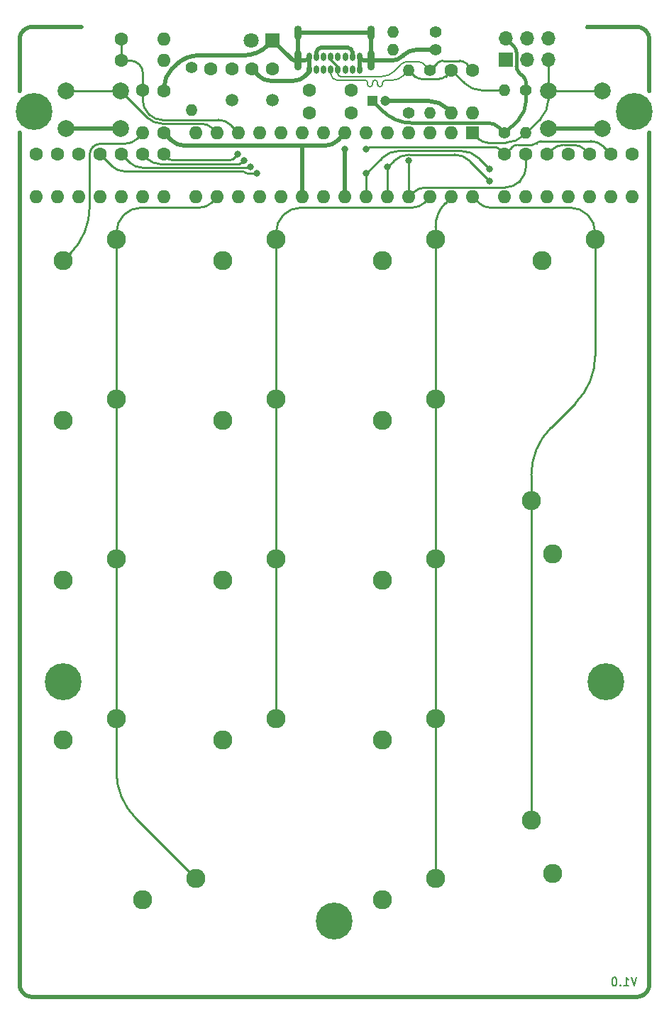
<source format=gbl>
%TF.GenerationSoftware,KiCad,Pcbnew,(6.0.2)*%
%TF.CreationDate,2022-03-23T18:03:12-04:00*%
%TF.ProjectId,RYCpad_pcb,52594370-6164-45f7-9063-622e6b696361,rev?*%
%TF.SameCoordinates,Original*%
%TF.FileFunction,Copper,L2,Bot*%
%TF.FilePolarity,Positive*%
%FSLAX46Y46*%
G04 Gerber Fmt 4.6, Leading zero omitted, Abs format (unit mm)*
G04 Created by KiCad (PCBNEW (6.0.2)) date 2022-03-23 18:03:12*
%MOMM*%
%LPD*%
G01*
G04 APERTURE LIST*
%ADD10C,0.175000*%
%TA.AperFunction,NonConductor*%
%ADD11C,0.175000*%
%TD*%
%TA.AperFunction,ComponentPad*%
%ADD12R,1.600000X1.600000*%
%TD*%
%TA.AperFunction,ComponentPad*%
%ADD13O,1.600000X1.600000*%
%TD*%
%TA.AperFunction,ComponentPad*%
%ADD14C,1.600000*%
%TD*%
%TA.AperFunction,ComponentPad*%
%ADD15C,2.286000*%
%TD*%
%TA.AperFunction,ComponentPad*%
%ADD16C,1.400000*%
%TD*%
%TA.AperFunction,ComponentPad*%
%ADD17O,1.400000X1.400000*%
%TD*%
%TA.AperFunction,ComponentPad*%
%ADD18C,4.400000*%
%TD*%
%TA.AperFunction,ComponentPad*%
%ADD19C,2.000000*%
%TD*%
%TA.AperFunction,ComponentPad*%
%ADD20R,1.700000X1.700000*%
%TD*%
%TA.AperFunction,ComponentPad*%
%ADD21O,1.700000X1.700000*%
%TD*%
%TA.AperFunction,ComponentPad*%
%ADD22O,0.650000X1.000000*%
%TD*%
%TA.AperFunction,ComponentPad*%
%ADD23O,0.900000X2.400000*%
%TD*%
%TA.AperFunction,ComponentPad*%
%ADD24O,0.900000X1.700000*%
%TD*%
%TA.AperFunction,ComponentPad*%
%ADD25C,1.500000*%
%TD*%
%TA.AperFunction,ComponentPad*%
%ADD26R,1.200000X1.200000*%
%TD*%
%TA.AperFunction,ComponentPad*%
%ADD27C,1.200000*%
%TD*%
%TA.AperFunction,ComponentPad*%
%ADD28R,1.800000X1.800000*%
%TD*%
%TA.AperFunction,ComponentPad*%
%ADD29C,1.800000*%
%TD*%
%TA.AperFunction,ViaPad*%
%ADD30C,0.800000*%
%TD*%
%TA.AperFunction,Conductor*%
%ADD31C,0.250000*%
%TD*%
%TA.AperFunction,Conductor*%
%ADD32C,0.500000*%
%TD*%
%TA.AperFunction,Conductor*%
%ADD33C,0.200000*%
%TD*%
%TA.AperFunction,Conductor*%
%ADD34C,0.400000*%
%TD*%
G04 APERTURE END LIST*
D10*
D11*
X36067809Y-54316380D02*
X35734476Y-55316380D01*
X35401142Y-54316380D01*
X34544000Y-55316380D02*
X35115428Y-55316380D01*
X34829714Y-55316380D02*
X34829714Y-54316380D01*
X34924952Y-54459238D01*
X35020190Y-54554476D01*
X35115428Y-54602095D01*
X34115428Y-55221142D02*
X34067809Y-55268761D01*
X34115428Y-55316380D01*
X34163047Y-55268761D01*
X34115428Y-55221142D01*
X34115428Y-55316380D01*
X33448761Y-54316380D02*
X33353523Y-54316380D01*
X33258285Y-54364000D01*
X33210666Y-54411619D01*
X33163047Y-54506857D01*
X33115428Y-54697333D01*
X33115428Y-54935428D01*
X33163047Y-55125904D01*
X33210666Y-55221142D01*
X33258285Y-55268761D01*
X33353523Y-55316380D01*
X33448761Y-55316380D01*
X33544000Y-55268761D01*
X33591619Y-55221142D01*
X33639238Y-55125904D01*
X33686857Y-54935428D01*
X33686857Y-54697333D01*
X33639238Y-54506857D01*
X33591619Y-54411619D01*
X33544000Y-54364000D01*
X33448761Y-54316380D01*
G36*
X36099505Y59254872D02*
G01*
X36124059Y59254357D01*
X36148600Y59253499D01*
X36173126Y59252297D01*
X36197630Y59250753D01*
X36222110Y59248866D01*
X36246560Y59246636D01*
X36270976Y59244064D01*
X36295355Y59241150D01*
X36319691Y59237894D01*
X36343981Y59234296D01*
X36368219Y59230357D01*
X36392403Y59226076D01*
X36416526Y59221455D01*
X36442425Y59216105D01*
X36468227Y59210378D01*
X36493928Y59204272D01*
X36519527Y59197787D01*
X36545018Y59190922D01*
X36570399Y59183676D01*
X36595666Y59176048D01*
X36620815Y59168039D01*
X36645843Y59159647D01*
X36670746Y59150871D01*
X36695521Y59141711D01*
X36720163Y59132166D01*
X36744671Y59122236D01*
X36767299Y59112678D01*
X36789791Y59102806D01*
X36812143Y59092621D01*
X36834350Y59082126D01*
X36856408Y59071322D01*
X36878312Y59060211D01*
X36900058Y59048794D01*
X36921642Y59037075D01*
X36943059Y59025053D01*
X36964306Y59012732D01*
X36985377Y59000114D01*
X37006268Y58987199D01*
X37026975Y58973990D01*
X37047494Y58960489D01*
X37067817Y58946695D01*
X37087936Y58932610D01*
X37107848Y58918238D01*
X37127552Y58903584D01*
X37147045Y58888650D01*
X37166325Y58873443D01*
X37185389Y58857965D01*
X37204235Y58842222D01*
X37222860Y58826217D01*
X37241263Y58809954D01*
X37259440Y58793438D01*
X37277389Y58776674D01*
X37295109Y58759664D01*
X37312596Y58742414D01*
X37329832Y58724928D01*
X37346815Y58707209D01*
X37363544Y58689260D01*
X37380016Y58671084D01*
X37396230Y58652681D01*
X37412182Y58634056D01*
X37427872Y58615210D01*
X37443296Y58596146D01*
X37458453Y58576866D01*
X37473341Y58557373D01*
X37487957Y58537669D01*
X37502299Y58517756D01*
X37516365Y58497637D01*
X37530152Y58477314D01*
X37543653Y58456802D01*
X37556861Y58436115D01*
X37569776Y58415256D01*
X37582395Y58394226D01*
X37594716Y58373027D01*
X37606738Y58351662D01*
X37618459Y58330133D01*
X37629876Y58308441D01*
X37640987Y58286590D01*
X37651792Y58264581D01*
X37662288Y58242416D01*
X37672472Y58220097D01*
X37682343Y58197627D01*
X37691900Y58175007D01*
X37701142Y58152254D01*
X37710065Y58129384D01*
X37718667Y58106400D01*
X37726947Y58083305D01*
X37734902Y58060101D01*
X37742532Y58036792D01*
X37749834Y58013381D01*
X37756807Y57989869D01*
X37763449Y57966260D01*
X37769758Y57942557D01*
X37775733Y57918763D01*
X37781372Y57894881D01*
X37786673Y57870912D01*
X37791635Y57846861D01*
X37796256Y57822738D01*
X37800535Y57798556D01*
X37804474Y57774318D01*
X37808071Y57750028D01*
X37811326Y57725692D01*
X37814240Y57701314D01*
X37816812Y57676897D01*
X37819041Y57652447D01*
X37820928Y57627967D01*
X37822473Y57603462D01*
X37823676Y57578937D01*
X37824536Y57554395D01*
X37825052Y57529842D01*
X37825226Y57505280D01*
X37825226Y51363536D01*
X37824708Y51363536D01*
X37823514Y51339017D01*
X37819921Y51314734D01*
X37813964Y51290919D01*
X37805699Y51267804D01*
X37795208Y51245611D01*
X37782591Y51224554D01*
X37767970Y51204835D01*
X37751485Y51186646D01*
X37733295Y51170161D01*
X37713577Y51155539D01*
X37692520Y51142922D01*
X37670326Y51132431D01*
X37647211Y51124167D01*
X37623397Y51118209D01*
X37599113Y51114616D01*
X37574594Y51113422D01*
X37550110Y51114664D01*
X37525865Y51118297D01*
X37502092Y51124288D01*
X37479021Y51132579D01*
X37456872Y51143089D01*
X37435860Y51155718D01*
X37416185Y51170345D01*
X37398038Y51186828D01*
X37381592Y51205010D01*
X37367006Y51224714D01*
X37354420Y51245753D01*
X37343956Y51267923D01*
X37335713Y51291012D01*
X37329771Y51314797D01*
X37326188Y51339049D01*
X37324997Y51363536D01*
X37324997Y57505280D01*
X37324763Y57529838D01*
X37324058Y57554379D01*
X37322881Y57578896D01*
X37321229Y57603381D01*
X37319101Y57627827D01*
X37316493Y57652225D01*
X37313404Y57676568D01*
X37309832Y57700849D01*
X37305773Y57725060D01*
X37301227Y57749193D01*
X37296194Y57773234D01*
X37290682Y57797168D01*
X37284696Y57820986D01*
X37278239Y57844682D01*
X37271318Y57868246D01*
X37263937Y57891670D01*
X37256101Y57914946D01*
X37247815Y57938066D01*
X37239085Y57961021D01*
X37229914Y57983804D01*
X37220299Y58006396D01*
X37210260Y58028781D01*
X37199798Y58050955D01*
X37188911Y58072911D01*
X37177599Y58094645D01*
X37165864Y58116153D01*
X37153703Y58137428D01*
X37141119Y58158466D01*
X37128109Y58179263D01*
X37114674Y58199812D01*
X37100828Y58220088D01*
X37086588Y58240066D01*
X37071958Y58259746D01*
X37056946Y58279123D01*
X37041555Y58298198D01*
X37025792Y58316967D01*
X37009662Y58335428D01*
X36993171Y58353580D01*
X36976325Y58371421D01*
X36959129Y58388947D01*
X36941589Y58406143D01*
X36923710Y58422989D01*
X36905501Y58439480D01*
X36886969Y58455610D01*
X36868123Y58471373D01*
X36848971Y58486764D01*
X36829522Y58501777D01*
X36809784Y58516407D01*
X36789766Y58530647D01*
X36769475Y58544493D01*
X36748926Y58557942D01*
X36728130Y58570992D01*
X36707092Y58583635D01*
X36685818Y58595866D01*
X36664311Y58607679D01*
X36642577Y58619068D01*
X36620620Y58630025D01*
X36598446Y58640545D01*
X36576060Y58650622D01*
X36553467Y58660248D01*
X36530686Y58669414D01*
X36507732Y58678110D01*
X36484613Y58686340D01*
X36461337Y58694105D01*
X36437914Y58701407D01*
X36414350Y58708248D01*
X36390654Y58714631D01*
X36366835Y58720556D01*
X36342900Y58726027D01*
X36318858Y58731045D01*
X36294726Y58735607D01*
X36270516Y58739705D01*
X36246235Y58743336D01*
X36221892Y58746495D01*
X36197493Y58749179D01*
X36173048Y58751384D01*
X36148562Y58753106D01*
X36124044Y58754341D01*
X36099502Y58755084D01*
X36074944Y58755333D01*
X30194167Y58755333D01*
X30169648Y58756527D01*
X30145364Y58760120D01*
X30121550Y58766077D01*
X30098435Y58774342D01*
X30076242Y58784833D01*
X30055184Y58797450D01*
X30035466Y58812072D01*
X30017276Y58828557D01*
X30000792Y58846746D01*
X29986170Y58866464D01*
X29973553Y58887522D01*
X29963062Y58909715D01*
X29954798Y58932830D01*
X29948840Y58956645D01*
X29945248Y58980928D01*
X29944053Y59005447D01*
X29945295Y59029931D01*
X29948929Y59054176D01*
X29954920Y59077949D01*
X29963210Y59101020D01*
X29973720Y59123169D01*
X29986349Y59144182D01*
X30000976Y59163856D01*
X30017459Y59182003D01*
X30035641Y59198449D01*
X30055345Y59213035D01*
X30076384Y59225621D01*
X30098554Y59236085D01*
X30121643Y59244328D01*
X30145427Y59250270D01*
X30169680Y59253853D01*
X30194167Y59255044D01*
X36074944Y59255044D01*
X36099505Y59254872D01*
G37*
G36*
X37599113Y46673740D02*
G01*
X37623397Y46670147D01*
X37647211Y46664189D01*
X37670326Y46655925D01*
X37692520Y46645434D01*
X37713577Y46632817D01*
X37733295Y46618195D01*
X37751485Y46601710D01*
X37767970Y46583521D01*
X37782591Y46563802D01*
X37795208Y46542745D01*
X37805699Y46520552D01*
X37813964Y46497437D01*
X37819921Y46473622D01*
X37823514Y46449339D01*
X37824708Y46424820D01*
X37825226Y46424820D01*
X37825226Y-55125569D01*
X37825054Y-55150131D01*
X37824539Y-55174684D01*
X37823680Y-55199226D01*
X37822478Y-55223751D01*
X37820933Y-55248256D01*
X37819046Y-55272735D01*
X37816815Y-55297185D01*
X37814243Y-55321602D01*
X37811329Y-55345980D01*
X37808073Y-55370316D01*
X37804475Y-55394606D01*
X37800536Y-55418845D01*
X37796256Y-55443028D01*
X37791635Y-55467152D01*
X37786673Y-55491203D01*
X37781372Y-55515171D01*
X37775733Y-55539054D01*
X37769758Y-55562847D01*
X37763449Y-55586550D01*
X37756807Y-55610158D01*
X37749834Y-55633669D01*
X37742532Y-55657080D01*
X37734902Y-55680388D01*
X37726947Y-55703592D01*
X37718667Y-55726687D01*
X37710065Y-55749671D01*
X37701142Y-55772542D01*
X37691900Y-55795296D01*
X37682343Y-55817915D01*
X37672472Y-55840385D01*
X37662288Y-55862703D01*
X37651792Y-55884868D01*
X37640987Y-55906877D01*
X37629876Y-55928729D01*
X37618459Y-55950421D01*
X37606738Y-55971950D01*
X37594716Y-55993315D01*
X37582395Y-56014514D01*
X37569776Y-56035545D01*
X37556861Y-56056405D01*
X37543653Y-56077092D01*
X37530152Y-56097604D01*
X37516365Y-56117935D01*
X37502299Y-56138076D01*
X37487957Y-56158022D01*
X37473341Y-56177767D01*
X37458453Y-56197309D01*
X37443296Y-56216641D01*
X37427872Y-56235759D01*
X37412182Y-56254660D01*
X37396230Y-56273337D01*
X37380016Y-56291787D01*
X37363544Y-56310005D01*
X37346815Y-56327987D01*
X37329832Y-56345727D01*
X37312596Y-56363221D01*
X37295109Y-56380457D01*
X37277389Y-56397441D01*
X37259440Y-56414170D01*
X37241263Y-56430643D01*
X37222860Y-56446858D01*
X37204235Y-56462811D01*
X37185389Y-56478501D01*
X37166325Y-56493926D01*
X37147045Y-56509084D01*
X37127552Y-56523971D01*
X37107848Y-56538586D01*
X37087936Y-56552927D01*
X37067817Y-56566992D01*
X37047494Y-56580778D01*
X37026975Y-56594280D01*
X37006268Y-56607489D01*
X36985377Y-56620404D01*
X36964306Y-56633023D01*
X36943059Y-56645344D01*
X36921642Y-56657365D01*
X36900058Y-56669084D01*
X36878312Y-56680500D01*
X36856408Y-56691611D01*
X36834350Y-56702415D01*
X36812143Y-56712910D01*
X36789791Y-56723095D01*
X36767299Y-56732967D01*
X36744671Y-56742525D01*
X36720163Y-56752456D01*
X36695521Y-56762002D01*
X36670746Y-56771162D01*
X36645843Y-56779938D01*
X36620815Y-56788330D01*
X36595666Y-56796340D01*
X36570399Y-56803967D01*
X36545018Y-56811213D01*
X36519527Y-56818078D01*
X36493928Y-56824563D01*
X36468227Y-56830669D01*
X36442425Y-56836395D01*
X36416526Y-56841744D01*
X36392403Y-56846363D01*
X36368219Y-56850642D01*
X36343981Y-56854580D01*
X36319691Y-56858177D01*
X36295355Y-56861433D01*
X36270976Y-56864347D01*
X36246560Y-56866920D01*
X36222110Y-56869150D01*
X36197630Y-56871038D01*
X36173126Y-56872584D01*
X36148600Y-56873786D01*
X36124059Y-56874645D01*
X36099505Y-56875161D01*
X36074944Y-56875333D01*
X-36074657Y-56875333D01*
X-36099218Y-56875161D01*
X-36123771Y-56874646D01*
X-36148313Y-56873788D01*
X-36172838Y-56872587D01*
X-36197342Y-56871043D01*
X-36221822Y-56869157D01*
X-36246272Y-56866928D01*
X-36270688Y-56864356D01*
X-36295067Y-56861442D01*
X-36319403Y-56858186D01*
X-36343692Y-56854588D01*
X-36367931Y-56850649D01*
X-36392114Y-56846367D01*
X-36416237Y-56841744D01*
X-36442134Y-56836395D01*
X-36467935Y-56830669D01*
X-36493636Y-56824563D01*
X-36519234Y-56818078D01*
X-36544726Y-56811213D01*
X-36570107Y-56803967D01*
X-36595374Y-56796340D01*
X-36620524Y-56788330D01*
X-36645553Y-56779938D01*
X-36670457Y-56771162D01*
X-36695232Y-56762002D01*
X-36719876Y-56752456D01*
X-36744384Y-56742525D01*
X-36767012Y-56732967D01*
X-36789504Y-56723095D01*
X-36811856Y-56712910D01*
X-36834063Y-56702415D01*
X-36856120Y-56691611D01*
X-36878024Y-56680500D01*
X-36899770Y-56669084D01*
X-36921354Y-56657365D01*
X-36942771Y-56645344D01*
X-36964018Y-56633023D01*
X-36985089Y-56620404D01*
X-37005980Y-56607489D01*
X-37026688Y-56594280D01*
X-37047207Y-56580778D01*
X-37067530Y-56566992D01*
X-37087648Y-56552927D01*
X-37107560Y-56538586D01*
X-37127264Y-56523971D01*
X-37146757Y-56509084D01*
X-37166036Y-56493926D01*
X-37185100Y-56478501D01*
X-37203946Y-56462811D01*
X-37222571Y-56446858D01*
X-37240973Y-56430643D01*
X-37259151Y-56414170D01*
X-37277100Y-56397441D01*
X-37294820Y-56380457D01*
X-37312307Y-56363221D01*
X-37329548Y-56345727D01*
X-37346536Y-56327987D01*
X-37363267Y-56310005D01*
X-37379741Y-56291787D01*
X-37395955Y-56273337D01*
X-37411907Y-56254660D01*
X-37427596Y-56235759D01*
X-37443019Y-56216641D01*
X-37458174Y-56197309D01*
X-37473059Y-56177767D01*
X-37487673Y-56158022D01*
X-37502013Y-56138076D01*
X-37516078Y-56117935D01*
X-37529866Y-56097604D01*
X-37543366Y-56077092D01*
X-37556574Y-56056405D01*
X-37569488Y-56035545D01*
X-37582106Y-56014514D01*
X-37594427Y-55993315D01*
X-37606448Y-55971950D01*
X-37618168Y-55950421D01*
X-37629584Y-55928729D01*
X-37640695Y-55906877D01*
X-37651500Y-55884868D01*
X-37661995Y-55862703D01*
X-37672180Y-55840385D01*
X-37682053Y-55817915D01*
X-37691611Y-55795296D01*
X-37700853Y-55772542D01*
X-37709776Y-55749671D01*
X-37718378Y-55726687D01*
X-37726658Y-55703592D01*
X-37734613Y-55680388D01*
X-37742243Y-55657080D01*
X-37749546Y-55633669D01*
X-37756519Y-55610158D01*
X-37763161Y-55586550D01*
X-37769471Y-55562847D01*
X-37775446Y-55539054D01*
X-37781085Y-55515171D01*
X-37786386Y-55491203D01*
X-37791348Y-55467152D01*
X-37795969Y-55443028D01*
X-37800249Y-55418845D01*
X-37804188Y-55394606D01*
X-37807785Y-55370316D01*
X-37811041Y-55345980D01*
X-37813955Y-55321602D01*
X-37816527Y-55297185D01*
X-37818757Y-55272735D01*
X-37820645Y-55248256D01*
X-37822189Y-55223751D01*
X-37823391Y-55199226D01*
X-37824250Y-55174684D01*
X-37824765Y-55150131D01*
X-37824937Y-55125569D01*
X-37824937Y46424820D01*
X-37823743Y46449339D01*
X-37820150Y46473622D01*
X-37814193Y46497437D01*
X-37805929Y46520552D01*
X-37795438Y46542745D01*
X-37782820Y46563802D01*
X-37768199Y46583521D01*
X-37751714Y46601710D01*
X-37733525Y46618195D01*
X-37713806Y46632817D01*
X-37692749Y46645434D01*
X-37670556Y46655925D01*
X-37647440Y46664189D01*
X-37623626Y46670147D01*
X-37599343Y46673740D01*
X-37574824Y46674934D01*
X-37550339Y46673692D01*
X-37526094Y46670059D01*
X-37502322Y46664068D01*
X-37479250Y46655777D01*
X-37457102Y46645267D01*
X-37436089Y46632638D01*
X-37416414Y46618011D01*
X-37398267Y46601528D01*
X-37381821Y46583346D01*
X-37367235Y46563642D01*
X-37354650Y46542603D01*
X-37344185Y46520433D01*
X-37335942Y46497344D01*
X-37330001Y46473559D01*
X-37326417Y46449307D01*
X-37325226Y46424820D01*
X-37324710Y46424820D01*
X-37324710Y-55125569D01*
X-37324477Y-55150128D01*
X-37323775Y-55174670D01*
X-37322601Y-55199187D01*
X-37320953Y-55223673D01*
X-37318828Y-55248119D01*
X-37316222Y-55272517D01*
X-37313133Y-55296861D01*
X-37309558Y-55321141D01*
X-37305494Y-55345352D01*
X-37300938Y-55369484D01*
X-37295904Y-55393525D01*
X-37290393Y-55417459D01*
X-37284410Y-55441277D01*
X-37277957Y-55464972D01*
X-37271041Y-55488535D01*
X-37263663Y-55511958D01*
X-37255829Y-55535234D01*
X-37247541Y-55558353D01*
X-37238805Y-55581309D01*
X-37229624Y-55604092D01*
X-37220013Y-55626686D01*
X-37209976Y-55649072D01*
X-37199514Y-55671246D01*
X-37188627Y-55693202D01*
X-37177315Y-55714936D01*
X-37165578Y-55736443D01*
X-37153417Y-55757718D01*
X-37140830Y-55778756D01*
X-37127820Y-55799552D01*
X-37114385Y-55820101D01*
X-37100539Y-55840377D01*
X-37086299Y-55860356D01*
X-37071670Y-55880036D01*
X-37056657Y-55899415D01*
X-37041267Y-55918490D01*
X-37025504Y-55937259D01*
X-37009374Y-55955721D01*
X-36992883Y-55973872D01*
X-36976036Y-55991711D01*
X-36958839Y-56009235D01*
X-36941298Y-56026433D01*
X-36923418Y-56043279D01*
X-36905208Y-56059770D01*
X-36886677Y-56075900D01*
X-36867832Y-56091663D01*
X-36848681Y-56107054D01*
X-36829233Y-56122067D01*
X-36809497Y-56136696D01*
X-36789479Y-56150937D01*
X-36769189Y-56164784D01*
X-36748639Y-56178225D01*
X-36727843Y-56191271D01*
X-36706805Y-56203912D01*
X-36685530Y-56216144D01*
X-36664023Y-56227959D01*
X-36642289Y-56239350D01*
X-36620332Y-56250310D01*
X-36598159Y-56260833D01*
X-36575773Y-56270912D01*
X-36553180Y-56280539D01*
X-36530396Y-56289696D01*
X-36507441Y-56298387D01*
X-36484321Y-56306615D01*
X-36461045Y-56314380D01*
X-36437622Y-56321684D01*
X-36414058Y-56328529D01*
X-36390363Y-56334914D01*
X-36366545Y-56340843D01*
X-36342610Y-56346316D01*
X-36318569Y-56351334D01*
X-36294437Y-56355897D01*
X-36270227Y-56359996D01*
X-36245946Y-56363628D01*
X-36221603Y-56366787D01*
X-36197204Y-56369471D01*
X-36172759Y-56371675D01*
X-36148273Y-56373396D01*
X-36123756Y-56374631D01*
X-36099215Y-56375374D01*
X-36074657Y-56375622D01*
X36074944Y-56375622D01*
X36099502Y-56375374D01*
X36124044Y-56374631D01*
X36148562Y-56373396D01*
X36173048Y-56371675D01*
X36197493Y-56369471D01*
X36221892Y-56366787D01*
X36246235Y-56363628D01*
X36270516Y-56359996D01*
X36294726Y-56355897D01*
X36318858Y-56351334D01*
X36342900Y-56346318D01*
X36366835Y-56340847D01*
X36390654Y-56334919D01*
X36414350Y-56328533D01*
X36437914Y-56321688D01*
X36461337Y-56314383D01*
X36484613Y-56306617D01*
X36507732Y-56298388D01*
X36530686Y-56289696D01*
X36553467Y-56280539D01*
X36576060Y-56270912D01*
X36598446Y-56260833D01*
X36620620Y-56250310D01*
X36642577Y-56239350D01*
X36664311Y-56227959D01*
X36685818Y-56216144D01*
X36707092Y-56203912D01*
X36728130Y-56191271D01*
X36748926Y-56178225D01*
X36769475Y-56164784D01*
X36789766Y-56150937D01*
X36809784Y-56136696D01*
X36829522Y-56122067D01*
X36848971Y-56107054D01*
X36868123Y-56091663D01*
X36886969Y-56075900D01*
X36905501Y-56059770D01*
X36923710Y-56043279D01*
X36941589Y-56026433D01*
X36959129Y-56009235D01*
X36976325Y-55991711D01*
X36993171Y-55973872D01*
X37009662Y-55955721D01*
X37025792Y-55937259D01*
X37041555Y-55918490D01*
X37056946Y-55899415D01*
X37071958Y-55880036D01*
X37086588Y-55860356D01*
X37100828Y-55840377D01*
X37114674Y-55820101D01*
X37128109Y-55799552D01*
X37141119Y-55778756D01*
X37153703Y-55757718D01*
X37165864Y-55736443D01*
X37177599Y-55714936D01*
X37188911Y-55693202D01*
X37199798Y-55671246D01*
X37210260Y-55649072D01*
X37220299Y-55626686D01*
X37229914Y-55604092D01*
X37239085Y-55581309D01*
X37247815Y-55558353D01*
X37256101Y-55535234D01*
X37263937Y-55511958D01*
X37271318Y-55488535D01*
X37278239Y-55464972D01*
X37284696Y-55441277D01*
X37290682Y-55417459D01*
X37296194Y-55393525D01*
X37301227Y-55369484D01*
X37305773Y-55345352D01*
X37309832Y-55321141D01*
X37313404Y-55296861D01*
X37316493Y-55272517D01*
X37319101Y-55248119D01*
X37321229Y-55223673D01*
X37322881Y-55199187D01*
X37324058Y-55174670D01*
X37324763Y-55150128D01*
X37324997Y-55125569D01*
X37324997Y46424820D01*
X37326188Y46449307D01*
X37329771Y46473559D01*
X37335713Y46497344D01*
X37343956Y46520433D01*
X37354420Y46542603D01*
X37367006Y46563642D01*
X37381592Y46583346D01*
X37398038Y46601528D01*
X37416185Y46618011D01*
X37435860Y46632638D01*
X37456872Y46645267D01*
X37479021Y46655777D01*
X37502092Y46664068D01*
X37525865Y46670059D01*
X37550110Y46673692D01*
X37574594Y46674934D01*
X37599113Y46673740D01*
G37*
G36*
X-30169358Y59253850D02*
G01*
X-30145075Y59250257D01*
X-30121261Y59244300D01*
X-30098145Y59236036D01*
X-30075952Y59225544D01*
X-30054895Y59212927D01*
X-30035176Y59198306D01*
X-30016987Y59181821D01*
X-30000502Y59163631D01*
X-29985881Y59143913D01*
X-29973263Y59122855D01*
X-29962772Y59100662D01*
X-29954508Y59077547D01*
X-29948551Y59053733D01*
X-29944958Y59029449D01*
X-29943764Y59004930D01*
X-29945006Y58980446D01*
X-29948639Y58956201D01*
X-29954630Y58932428D01*
X-29962921Y58909357D01*
X-29973431Y58887208D01*
X-29986060Y58866196D01*
X-30000687Y58846521D01*
X-30017170Y58828374D01*
X-30035351Y58811928D01*
X-30055056Y58797342D01*
X-30076095Y58784757D01*
X-30098265Y58774292D01*
X-30121353Y58766049D01*
X-30145138Y58760108D01*
X-30169391Y58756524D01*
X-30193877Y58755333D01*
X-36074657Y58755333D01*
X-36099215Y58755084D01*
X-36123756Y58754341D01*
X-36148273Y58753106D01*
X-36172759Y58751385D01*
X-36197204Y58749180D01*
X-36221603Y58746496D01*
X-36245946Y58743337D01*
X-36270227Y58739706D01*
X-36294437Y58735607D01*
X-36318569Y58731045D01*
X-36342610Y58726027D01*
X-36366545Y58720557D01*
X-36390363Y58714631D01*
X-36414058Y58708248D01*
X-36437622Y58701407D01*
X-36461045Y58694105D01*
X-36484321Y58686340D01*
X-36507441Y58678110D01*
X-36530396Y58669413D01*
X-36553180Y58660248D01*
X-36575773Y58650621D01*
X-36598159Y58640545D01*
X-36620332Y58630025D01*
X-36642289Y58619067D01*
X-36664023Y58607679D01*
X-36685530Y58595867D01*
X-36706805Y58583635D01*
X-36727843Y58570992D01*
X-36748639Y58557942D01*
X-36769189Y58544493D01*
X-36789479Y58530647D01*
X-36809497Y58516407D01*
X-36829233Y58501777D01*
X-36848681Y58486764D01*
X-36867832Y58471373D01*
X-36886677Y58455610D01*
X-36905208Y58439480D01*
X-36923418Y58422989D01*
X-36941298Y58406143D01*
X-36958839Y58388947D01*
X-36976036Y58371421D01*
X-36992883Y58353581D01*
X-37009374Y58335429D01*
X-37025504Y58316967D01*
X-37041267Y58298198D01*
X-37056657Y58279124D01*
X-37071670Y58259746D01*
X-37086299Y58240066D01*
X-37100539Y58220088D01*
X-37114385Y58199812D01*
X-37127820Y58179263D01*
X-37140830Y58158466D01*
X-37153417Y58137428D01*
X-37165578Y58116153D01*
X-37177315Y58094645D01*
X-37188627Y58072911D01*
X-37199514Y58050955D01*
X-37209976Y58028781D01*
X-37220013Y58006396D01*
X-37229624Y57983804D01*
X-37238806Y57961021D01*
X-37247542Y57938066D01*
X-37255831Y57914946D01*
X-37263666Y57891670D01*
X-37271045Y57868246D01*
X-37277962Y57844682D01*
X-37284414Y57820986D01*
X-37290397Y57797168D01*
X-37295906Y57773234D01*
X-37300938Y57749193D01*
X-37305486Y57725060D01*
X-37309545Y57700849D01*
X-37313117Y57676569D01*
X-37316205Y57652225D01*
X-37318811Y57627827D01*
X-37320938Y57603382D01*
X-37322589Y57578896D01*
X-37323766Y57554380D01*
X-37324472Y57529838D01*
X-37324710Y57505280D01*
X-37324710Y51363536D01*
X-37325226Y51363536D01*
X-37326417Y51339049D01*
X-37330001Y51314797D01*
X-37335942Y51291012D01*
X-37344185Y51267923D01*
X-37354650Y51245753D01*
X-37367235Y51224714D01*
X-37381821Y51205010D01*
X-37398267Y51186828D01*
X-37416414Y51170345D01*
X-37436089Y51155718D01*
X-37457102Y51143089D01*
X-37479250Y51132579D01*
X-37502322Y51124288D01*
X-37526094Y51118297D01*
X-37550339Y51114664D01*
X-37574824Y51113422D01*
X-37599343Y51114616D01*
X-37623626Y51118209D01*
X-37647440Y51124167D01*
X-37670556Y51132431D01*
X-37692749Y51142922D01*
X-37713806Y51155539D01*
X-37733525Y51170161D01*
X-37751714Y51186646D01*
X-37768199Y51204835D01*
X-37782820Y51224554D01*
X-37795438Y51245611D01*
X-37805929Y51267804D01*
X-37814193Y51290919D01*
X-37820150Y51314734D01*
X-37823743Y51339017D01*
X-37824937Y51363536D01*
X-37824937Y57505280D01*
X-37824765Y57529842D01*
X-37824250Y57554395D01*
X-37823392Y57578937D01*
X-37822191Y57603462D01*
X-37820647Y57627967D01*
X-37818760Y57652447D01*
X-37816530Y57676897D01*
X-37813959Y57701314D01*
X-37811045Y57725692D01*
X-37807789Y57750028D01*
X-37804191Y57774318D01*
X-37800252Y57798556D01*
X-37795970Y57822738D01*
X-37791348Y57846861D01*
X-37786386Y57870912D01*
X-37781085Y57894881D01*
X-37775446Y57918763D01*
X-37769471Y57942557D01*
X-37763161Y57966260D01*
X-37756519Y57989869D01*
X-37749546Y58013381D01*
X-37742243Y58036792D01*
X-37734613Y58060101D01*
X-37726658Y58083305D01*
X-37718378Y58106400D01*
X-37709776Y58129384D01*
X-37700853Y58152254D01*
X-37691611Y58175007D01*
X-37682051Y58197627D01*
X-37672177Y58220097D01*
X-37661991Y58242416D01*
X-37651495Y58264581D01*
X-37640691Y58286590D01*
X-37629580Y58308441D01*
X-37618164Y58330133D01*
X-37606445Y58351662D01*
X-37594424Y58373027D01*
X-37582105Y58394226D01*
X-37569487Y58415256D01*
X-37556573Y58436115D01*
X-37543366Y58456802D01*
X-37529866Y58477314D01*
X-37516078Y58497637D01*
X-37502013Y58517756D01*
X-37487673Y58537669D01*
X-37473059Y58557373D01*
X-37458174Y58576866D01*
X-37443019Y58596146D01*
X-37427596Y58615210D01*
X-37411907Y58634056D01*
X-37395955Y58652681D01*
X-37379741Y58671084D01*
X-37363267Y58689260D01*
X-37346536Y58707209D01*
X-37329548Y58724928D01*
X-37312307Y58742414D01*
X-37294820Y58759664D01*
X-37277100Y58776674D01*
X-37259151Y58793438D01*
X-37240973Y58809954D01*
X-37222571Y58826217D01*
X-37203946Y58842222D01*
X-37185100Y58857965D01*
X-37166036Y58873443D01*
X-37146757Y58888650D01*
X-37127264Y58903584D01*
X-37107560Y58918238D01*
X-37087648Y58932610D01*
X-37067530Y58946695D01*
X-37047207Y58960489D01*
X-37026688Y58973990D01*
X-37005980Y58987199D01*
X-36985089Y59000114D01*
X-36964018Y59012732D01*
X-36942771Y59025053D01*
X-36921354Y59037075D01*
X-36899770Y59048794D01*
X-36878024Y59060211D01*
X-36856120Y59071322D01*
X-36834063Y59082126D01*
X-36811856Y59092621D01*
X-36789504Y59102806D01*
X-36767012Y59112678D01*
X-36744384Y59122236D01*
X-36719876Y59132166D01*
X-36695232Y59141711D01*
X-36670457Y59150871D01*
X-36645553Y59159647D01*
X-36620524Y59168039D01*
X-36595374Y59176049D01*
X-36570107Y59183676D01*
X-36544726Y59190922D01*
X-36519234Y59197787D01*
X-36493636Y59204272D01*
X-36467935Y59210378D01*
X-36442134Y59216105D01*
X-36416237Y59221455D01*
X-36392114Y59226077D01*
X-36367931Y59230357D01*
X-36343692Y59234297D01*
X-36319403Y59237894D01*
X-36295067Y59241150D01*
X-36270688Y59244064D01*
X-36246272Y59246636D01*
X-36221822Y59248866D01*
X-36197342Y59250753D01*
X-36172838Y59252297D01*
X-36148313Y59253499D01*
X-36123771Y59254357D01*
X-36099218Y59254872D01*
X-36074657Y59255044D01*
X-30193877Y59255044D01*
X-30169358Y59253850D01*
G37*
D12*
X16510000Y46355000D03*
D13*
X13970000Y46355000D03*
X11430000Y46355000D03*
X8890000Y46355000D03*
X6350000Y46355000D03*
X3810000Y46355000D03*
X1270000Y46355000D03*
X-1270000Y46355000D03*
X-3810000Y46355000D03*
X-6350000Y46355000D03*
X-8890000Y46355000D03*
X-11430000Y46355000D03*
X-13970000Y46355000D03*
X-16510000Y46355000D03*
X-16510000Y38735000D03*
X-13970000Y38735000D03*
X-11430000Y38735000D03*
X-8890000Y38735000D03*
X-6350000Y38735000D03*
X-3810000Y38735000D03*
X-1270000Y38735000D03*
X1270000Y38735000D03*
X3810000Y38735000D03*
X6350000Y38735000D03*
X8890000Y38735000D03*
X11430000Y38735000D03*
X13970000Y38735000D03*
X16510000Y38735000D03*
D14*
X-22860000Y51435000D03*
D13*
X-22860000Y46355000D03*
D14*
X-25400000Y54991000D03*
D13*
X-20320000Y54991000D03*
D14*
X-25400000Y57531000D03*
D13*
X-20320000Y57531000D03*
D14*
X35560000Y43815000D03*
D13*
X35560000Y38735000D03*
D14*
X-35560000Y43815000D03*
D13*
X-35560000Y38735000D03*
D14*
X-20320000Y43815000D03*
D13*
X-20320000Y38735000D03*
D14*
X-22860000Y43815000D03*
D13*
X-22860000Y38735000D03*
D14*
X22860000Y43815000D03*
D13*
X22860000Y38735000D03*
D14*
X-30480000Y43815000D03*
D13*
X-30480000Y38735000D03*
D14*
X-25400000Y43815000D03*
D13*
X-25400000Y38735000D03*
D14*
X25400000Y43815000D03*
D13*
X25400000Y38735000D03*
D14*
X30480000Y43815000D03*
D13*
X30480000Y38735000D03*
D14*
X-27940000Y43815000D03*
D13*
X-27940000Y38735000D03*
D14*
X27940000Y43815000D03*
D13*
X27940000Y38735000D03*
D15*
X-26035000Y33655000D03*
X-32385000Y31115000D03*
X-6985000Y33655000D03*
X-13335000Y31115000D03*
X12065000Y33655000D03*
X5715000Y31115000D03*
X31115000Y33655000D03*
X24765000Y31115000D03*
X-26035000Y14605000D03*
X-32385000Y12065000D03*
X-6985000Y14605000D03*
X-13335000Y12065000D03*
X12065000Y14605000D03*
X5715000Y12065000D03*
X23495000Y2540000D03*
X26035000Y-3810000D03*
X-26035000Y-4445000D03*
X-32385000Y-6985000D03*
X-6985000Y-4445000D03*
X-13335000Y-6985000D03*
X12065000Y-4445000D03*
X5715000Y-6985000D03*
X-26035000Y-23495000D03*
X-32385000Y-26035000D03*
X-6985000Y-23495000D03*
X-13335000Y-26035000D03*
X12065000Y-23495000D03*
X5715000Y-26035000D03*
X23495000Y-35560000D03*
X26035000Y-41910000D03*
X-16510000Y-42545000D03*
X-22860000Y-45085000D03*
X12065000Y-42545000D03*
X5715000Y-45085000D03*
D16*
X22860000Y51435000D03*
D17*
X22860000Y46355000D03*
D16*
X12065000Y56261000D03*
D17*
X6985000Y56261000D03*
D16*
X12065000Y58420000D03*
D17*
X6985000Y58420000D03*
D16*
X20320000Y46355000D03*
D17*
X20320000Y51435000D03*
D16*
X11430000Y53848000D03*
D17*
X11430000Y48768000D03*
D18*
X35814000Y48895000D03*
X-35814000Y48895000D03*
D14*
X13970000Y53848000D03*
D13*
X13970000Y48768000D03*
D19*
X-25504000Y51363000D03*
X-32004000Y51363000D03*
X-25504000Y46863000D03*
X-32004000Y46863000D03*
D14*
X20320000Y43815000D03*
D13*
X20320000Y38735000D03*
D14*
X-20320000Y46355000D03*
X-20320000Y51355000D03*
D20*
X20447000Y55118000D03*
D21*
X20447000Y57658000D03*
X22987000Y55118000D03*
X22987000Y57658000D03*
X25527000Y55118000D03*
X25527000Y57658000D03*
D22*
X2975000Y53900000D03*
X2125000Y53900000D03*
X1275000Y53900000D03*
X425000Y53900000D03*
X-425000Y53900000D03*
X-1275000Y53900000D03*
X-2125000Y53900000D03*
X-2975000Y53900000D03*
X-2975000Y55450000D03*
X-2125000Y55450000D03*
X-1275000Y55450000D03*
X-425000Y55450000D03*
X425000Y55450000D03*
X1275000Y55450000D03*
X2125000Y55450000D03*
X2975000Y55450000D03*
D23*
X4325000Y54980000D03*
X-4325000Y54980000D03*
D24*
X4325000Y58360000D03*
X-4325000Y58360000D03*
D14*
X16510000Y53848000D03*
D13*
X16510000Y48768000D03*
D14*
X33020000Y43815000D03*
D13*
X33020000Y38735000D03*
D16*
X8890000Y48768000D03*
D17*
X8890000Y53848000D03*
D14*
X-33020000Y43815000D03*
D13*
X-33020000Y38735000D03*
D18*
X-32385000Y-19050000D03*
X0Y-47625000D03*
X32385000Y-19050000D03*
D19*
X25504000Y51363000D03*
X32004000Y51363000D03*
X25504000Y46863000D03*
X32004000Y46863000D03*
D16*
X-17070000Y54152800D03*
D17*
X-17070000Y49072800D03*
D25*
X-12246000Y50292000D03*
X-7366000Y50292000D03*
D14*
X-12246000Y54000000D03*
X-14746000Y54000000D03*
D26*
X4572000Y50165000D03*
D27*
X6072000Y50165000D03*
D14*
X2032000Y51435000D03*
X-2968000Y51435000D03*
X2032000Y48768000D03*
X-2968000Y48768000D03*
X-7366000Y54000000D03*
X-9866000Y54000000D03*
D28*
X-7366000Y57404000D03*
D29*
X-9906000Y57404000D03*
D30*
X-11557000Y43815000D03*
X3810000Y44450000D03*
X8890000Y43053000D03*
X-10795000Y43053000D03*
X-10033000Y42291000D03*
X6350000Y42291000D03*
X18542000Y40640000D03*
X3810000Y41529000D03*
X-9271000Y41529000D03*
X18542000Y42037000D03*
X1270000Y44450000D03*
D31*
X9331573Y37465001D02*
G75*
G03*
X10745785Y38050787I0J1999999D01*
G01*
X-6985000Y34465000D02*
G75*
G02*
X-3985000Y37465000I3000001J-1D01*
G01*
X-6985000Y34465000D02*
X-6985000Y33655000D01*
X9331573Y37465000D02*
X-3985000Y37465000D01*
X11430000Y38735000D02*
X10745786Y38050786D01*
X-27910000Y45085000D02*
X-24958427Y45085000D01*
X-29210000Y37603708D02*
X-29210000Y43785000D01*
X-23544213Y45670787D02*
X-22860000Y46355000D01*
X-32385000Y31115000D02*
X-31553146Y31946854D01*
X-29210000Y43785000D02*
G75*
G02*
X-27910000Y45085000I1299999J1D01*
G01*
X-31553146Y31946854D02*
G75*
G03*
X-29210000Y37603708I-5656857J5656856D01*
G01*
X-23544213Y45670787D02*
G75*
G02*
X-24958427Y45085000I-1414214J1414213D01*
G01*
X-22860000Y53480680D02*
X-22860000Y51435000D01*
X-12419223Y47344223D02*
X-11430000Y46355000D01*
X-20606173Y47930010D02*
X-13833437Y47930010D01*
X-22860000Y51435000D02*
X-22860000Y50183837D01*
X-23309660Y54551660D02*
X-23299340Y54541340D01*
X-24370320Y54991000D02*
X-25400000Y54991000D01*
X-25400000Y57531000D02*
X-25400000Y54991000D01*
X-22274213Y48769623D02*
X-22020386Y48515796D01*
X-22274213Y48769623D02*
G75*
G02*
X-22860000Y50183837I1414213J1414214D01*
G01*
X-22020386Y48515796D02*
G75*
G03*
X-20606173Y47930010I1414213J1414214D01*
G01*
X-13833437Y47930009D02*
G75*
G02*
X-12419224Y47344222I0J-1999999D01*
G01*
X-24370320Y54990999D02*
G75*
G02*
X-23309661Y54551659I-1J-1500001D01*
G01*
X-22860001Y53480680D02*
G75*
G03*
X-23299341Y54541339I-1500001J-1D01*
G01*
X24138982Y45184984D02*
X24099024Y45145026D01*
X30616563Y45390010D02*
X24633957Y45390010D01*
X4244637Y44677530D02*
X19043256Y44677530D01*
X21859215Y44940001D02*
X23604050Y44940001D01*
X20320000Y43815000D02*
X21152108Y44647108D01*
X-12114833Y43257167D02*
X-11557000Y43815000D01*
X33020000Y43815000D02*
X32030777Y44804223D01*
X19750363Y44384637D02*
X20320000Y43815000D01*
X3810000Y44450000D02*
X3891084Y44531084D01*
X-19437902Y43140009D02*
X-12397676Y43140009D01*
X-20320000Y43815000D02*
X-19791455Y43286455D01*
X19750363Y44384637D02*
G75*
G03*
X19043256Y44677530I-707104J-707101D01*
G01*
X24099024Y45145026D02*
G75*
G02*
X23604050Y44940001I-494973J494971D01*
G01*
X-12114833Y43257167D02*
G75*
G02*
X-12397676Y43140009I-282841J282835D01*
G01*
X24633957Y45390010D02*
G75*
G03*
X24138982Y45184984I2J-700002D01*
G01*
X30616563Y45390009D02*
G75*
G02*
X32030776Y44804222I0J-1999999D01*
G01*
X3891084Y44531084D02*
G75*
G02*
X4244637Y44677530I353553J-353556D01*
G01*
X-19791455Y43286455D02*
G75*
G03*
X-19437902Y43140009I353553J353556D01*
G01*
X21859215Y44940000D02*
G75*
G03*
X21152109Y44647107I-3J-999993D01*
G01*
X9429214Y39274214D02*
X8890000Y38735000D01*
X-20906572Y42689999D02*
X-11323686Y42689999D01*
X-11040843Y42807157D02*
X-10795000Y43053000D01*
X8890000Y38735000D02*
X8890000Y43053000D01*
X22142411Y40633611D02*
X22086389Y40577589D01*
X22860000Y43815000D02*
X22860000Y42366023D01*
X-22860000Y43815000D02*
X-22320785Y43275785D01*
X20353978Y39860001D02*
X10843428Y39860001D01*
X22142411Y40633611D02*
G75*
G03*
X22860000Y42366023I-1732406J1732410D01*
G01*
X22086389Y40577589D02*
G75*
G02*
X20353978Y39860001I-1732411J1732411D01*
G01*
X9429214Y39274214D02*
G75*
G02*
X10843428Y39860001I1414214J-1414213D01*
G01*
X-11323686Y42690000D02*
G75*
G03*
X-11040844Y42807158I-2J400003D01*
G01*
X-22320785Y43275785D02*
G75*
G03*
X-20906572Y42689999I1414213J1414214D01*
G01*
X-10084010Y42239990D02*
X-10033000Y42291000D01*
X7075478Y43016478D02*
X6350000Y42291000D01*
X-25400000Y43815000D02*
X-24410776Y42825776D01*
X6350000Y38735000D02*
X6350000Y42291000D01*
X18542000Y40640000D02*
X16165521Y43016479D01*
X27353428Y44940001D02*
X28526572Y44940001D01*
X-22996563Y42239990D02*
X-10084010Y42239990D01*
X29940786Y44354214D02*
X30480000Y43815000D01*
X14327044Y43778001D02*
X8913956Y43778001D01*
X25400000Y43815000D02*
X25939215Y44354215D01*
X-22996563Y42239991D02*
G75*
G02*
X-24410775Y42825777I0J1999999D01*
G01*
X27353428Y44940000D02*
G75*
G03*
X25939216Y44354214I0J-1999999D01*
G01*
X28526572Y44940000D02*
G75*
G02*
X29940785Y44354213I0J-1999999D01*
G01*
X14327044Y43778001D02*
G75*
G02*
X16165521Y43016479I1J-2599996D01*
G01*
X8913956Y43778000D02*
G75*
G03*
X7075479Y43016477I3J-2600006D01*
G01*
X-27940000Y43815000D02*
X-26500766Y42375766D01*
X-25086553Y41789980D02*
X-10960685Y41789980D01*
X3810000Y38735000D02*
X3810000Y41529000D01*
X-10677842Y41672822D02*
X-10651177Y41646157D01*
X3810000Y41529000D02*
X5630331Y43349331D01*
X7751651Y44228010D02*
X15108349Y44228010D01*
X-10368335Y41529000D02*
X-9271000Y41529000D01*
X17229670Y43349330D02*
X18542000Y42037000D01*
X-10677842Y41672822D02*
G75*
G03*
X-10960685Y41789980I-282841J-282835D01*
G01*
X17229670Y43349330D02*
G75*
G03*
X15108349Y44228010I-2121323J-2121325D01*
G01*
X7751651Y44228010D02*
G75*
G03*
X5630331Y43349331I-1J-2999998D01*
G01*
X-25086553Y41789981D02*
G75*
G02*
X-26500765Y42375767I0J1999999D01*
G01*
X-10368335Y41529001D02*
G75*
G02*
X-10651177Y41646157I-1J399997D01*
G01*
D32*
X4325000Y54980000D02*
X6751573Y54980000D01*
X-7615573Y52578000D02*
X-4892427Y52578000D01*
X-4325000Y54980000D02*
X-4325000Y58360000D01*
X-19441320Y53968680D02*
X-18955573Y54454427D01*
X2975000Y54000000D02*
X2975000Y55350000D01*
X-2975000Y54000000D02*
X-2975000Y55350000D01*
X-3478213Y53163787D02*
X-2975000Y53667000D01*
X9689427Y56261000D02*
X12065000Y56261000D01*
X13451680Y49286320D02*
X13970000Y48768000D01*
X-3052107Y55272893D02*
X-2975000Y55350000D01*
X-4527786Y54980000D02*
X-4325000Y54980000D01*
X-20320000Y51355000D02*
X-20320000Y51847359D01*
X1270000Y44450000D02*
X1270000Y38735000D01*
X32004000Y46863000D02*
X25504000Y46863000D01*
X-9866000Y54000000D02*
X-9029786Y53163786D01*
X-32004000Y46863000D02*
X-25504000Y46863000D01*
X-2975000Y53667000D02*
X-2975000Y54000000D01*
X4325000Y54980000D02*
X3759214Y54980000D01*
X8165787Y55565787D02*
X8275214Y55675214D01*
X4325000Y58360000D02*
X-4325000Y58360000D01*
X3052107Y55272893D02*
X2975000Y55350000D01*
X-7972427Y56797573D02*
X-7366000Y57404000D01*
X4325000Y58360000D02*
X4325000Y54980000D01*
X-4325000Y54980000D02*
X-3759214Y54980000D01*
X-16127146Y55626000D02*
X-10800854Y55626000D01*
X6072000Y50165000D02*
X11330359Y50165000D01*
X-7366000Y57404000D02*
X-5234893Y55272893D01*
X8275214Y55675214D02*
G75*
G02*
X9689427Y56261000I1414213J-1414214D01*
G01*
X8165787Y55565787D02*
G75*
G02*
X6751573Y54980000I-1414214J1414213D01*
G01*
X-7615573Y52578001D02*
G75*
G02*
X-9029785Y53163787I0J1999999D01*
G01*
X-18955573Y54454427D02*
G75*
G02*
X-16127146Y55626000I2828427J-2828426D01*
G01*
X-4892427Y52578001D02*
G75*
G03*
X-3478214Y53163788I0J1999999D01*
G01*
X-4527786Y54980001D02*
G75*
G02*
X-5234892Y55272894I-3J999993D01*
G01*
X-19441320Y53968680D02*
G75*
G03*
X-20320000Y51847359I2121325J-2121323D01*
G01*
X3052107Y55272893D02*
G75*
G03*
X3759214Y54980000I707106J707106D01*
G01*
X-3759214Y54980001D02*
G75*
G03*
X-3052108Y55272894I3J999993D01*
G01*
X-7972427Y56797573D02*
G75*
G02*
X-10800854Y55626000I-2828427J2828426D01*
G01*
X13451680Y49286320D02*
G75*
G03*
X11330359Y50165000I-2121323J-2121325D01*
G01*
D33*
X8890000Y53848000D02*
X8278275Y53236275D01*
X5141489Y52180966D02*
X5141489Y52350489D01*
D31*
X17625641Y51435000D02*
X20320000Y51435000D01*
X8890000Y53848000D02*
X9622108Y53115892D01*
X13237892Y53115892D02*
X13970000Y53848000D01*
D33*
X5741489Y52350489D02*
X5741489Y52180966D01*
X3641489Y52650489D02*
X3591489Y52650489D01*
D31*
X10329215Y52822999D02*
X12530785Y52822999D01*
X13970000Y53848000D02*
X15504321Y52313679D01*
D33*
X4541489Y52350489D02*
X4541489Y52180966D01*
X6864062Y52650489D02*
X6041489Y52650489D01*
X-425000Y53400489D02*
X-425000Y54000000D01*
X3591489Y52650489D02*
X325000Y52650489D01*
X3941489Y52180966D02*
X3941489Y52350489D01*
D31*
X15504321Y52313679D02*
G75*
G03*
X17625641Y51435000I2121319J2121319D01*
G01*
D33*
X5741489Y52350489D02*
G75*
G02*
X6041489Y52650489I300000J0D01*
G01*
X5141489Y52180966D02*
G75*
G03*
X5441489Y51880966I300000J0D01*
G01*
D31*
X10329215Y52823000D02*
G75*
G02*
X9622109Y53115893I-3J999993D01*
G01*
D33*
X3641489Y52650489D02*
G75*
G02*
X3941489Y52350489I0J-300000D01*
G01*
X325000Y52650489D02*
G75*
G02*
X-425000Y53400489I0J750000D01*
G01*
X4241489Y51880966D02*
G75*
G03*
X4541489Y52180966I0J300000D01*
G01*
X4841489Y52650489D02*
G75*
G02*
X5141489Y52350489I0J-300000D01*
G01*
X3941489Y52180966D02*
G75*
G03*
X4241489Y51880966I300000J0D01*
G01*
D31*
X12530785Y52823000D02*
G75*
G03*
X13237891Y53115893I3J999993D01*
G01*
D33*
X4541489Y52350489D02*
G75*
G02*
X4841489Y52650489I300000J0D01*
G01*
X5441489Y51880966D02*
G75*
G03*
X5741489Y52180966I0J300000D01*
G01*
X8278275Y53236275D02*
G75*
G02*
X6864062Y52650489I-1414213J1414214D01*
G01*
D31*
X18266320Y45220000D02*
X20482359Y45220000D01*
X25504000Y55095000D02*
X25527000Y55118000D01*
X16510000Y46355000D02*
X17205660Y45659340D01*
X25504000Y51363000D02*
X25504000Y55095000D01*
X25504000Y51363000D02*
X32004000Y51363000D01*
X25504000Y50241641D02*
X25504000Y51363000D01*
X22860000Y46355000D02*
X24625321Y48120321D01*
X22603680Y46098680D02*
X22860000Y46355000D01*
X24625321Y48120321D02*
G75*
G03*
X25504000Y50241641I-2121319J2121319D01*
G01*
X22603680Y46098680D02*
G75*
G02*
X20482359Y45220000I-2121323J2121325D01*
G01*
X18266320Y45220001D02*
G75*
G02*
X17205661Y45659341I1J1500001D01*
G01*
D34*
X4572000Y50165000D02*
X5718023Y49018977D01*
X9253557Y47554511D02*
X18292062Y47554511D01*
D32*
X-18018373Y44881800D02*
X-1031627Y44881800D01*
D34*
X22860000Y51435000D02*
X22860000Y50137641D01*
X21717000Y54313014D02*
X21717000Y55973786D01*
X21981320Y48016320D02*
X20320000Y46355000D01*
X21424107Y56680893D02*
X20447000Y57658000D01*
X19706276Y46968724D02*
X20320000Y46355000D01*
X22860000Y51435000D02*
X22860000Y52341586D01*
X22567107Y53048693D02*
X22009893Y53605907D01*
D32*
X382587Y45467587D02*
X1270000Y46355000D01*
X-20320000Y46355000D02*
X-19432586Y45467586D01*
X-3810000Y38735000D02*
X-3810000Y44881800D01*
D34*
X18292062Y47554510D02*
G75*
G02*
X19706275Y46968723I0J-1999999D01*
G01*
X21981320Y48016320D02*
G75*
G03*
X22860000Y50137641I-2121325J2121323D01*
G01*
X22859999Y52341586D02*
G75*
G03*
X22567106Y53048692I-999993J3D01*
G01*
D32*
X-1031627Y44881801D02*
G75*
G03*
X382586Y45467588I0J1999999D01*
G01*
D34*
X9253557Y47554511D02*
G75*
G02*
X5718023Y49018977I-1J4999998D01*
G01*
D32*
X-18018373Y44881801D02*
G75*
G02*
X-19432585Y45467587I0J1999999D01*
G01*
D34*
X21717001Y54313014D02*
G75*
G03*
X22009894Y53605908I999993J-3D01*
G01*
X21424107Y56680893D02*
G75*
G02*
X21717000Y55973786I-707106J-707106D01*
G01*
D31*
X-23035000Y37465000D02*
X-16068427Y37465000D01*
X-26035000Y33655000D02*
X-26035000Y14605000D01*
X-23691854Y-35363146D02*
X-16510000Y-42545000D01*
X-26035000Y33655000D02*
X-26035000Y34465000D01*
X-26035000Y-23495000D02*
X-26035000Y-29706292D01*
X-26035000Y-4445000D02*
X-26035000Y-23495000D01*
X-26035000Y14605000D02*
X-26035000Y-4445000D01*
X-14654213Y38050787D02*
X-13970000Y38735000D01*
X-14654213Y38050787D02*
G75*
G02*
X-16068427Y37465000I-1414214J1414213D01*
G01*
X-23035000Y37465000D02*
G75*
G03*
X-26035000Y34465000I1J-3000001D01*
G01*
X-23691854Y-35363146D02*
G75*
G02*
X-26035000Y-29706292I5656857J5656856D01*
G01*
X12065000Y33655000D02*
X12065000Y14605000D01*
X13970000Y38735000D02*
X13236573Y38001573D01*
X12065000Y-4445000D02*
X12065000Y14605000D01*
X12065000Y35173146D02*
X12065000Y33655000D01*
X12065000Y-23495000D02*
X12065000Y-4445000D01*
X12065000Y-42545000D02*
X12065000Y-23495000D01*
X13236573Y38001573D02*
G75*
G03*
X12065000Y35173146I2828426J-2828427D01*
G01*
X23495000Y2540000D02*
X23495000Y-35560000D01*
X23495000Y5576292D02*
X23495000Y2540000D01*
X31115000Y33655000D02*
X31115000Y19823708D01*
X28771854Y14166854D02*
X25838146Y11233146D01*
X31115000Y34465000D02*
X31115000Y33655000D01*
X16510000Y38735000D02*
X17194214Y38050786D01*
X18608427Y37465000D02*
X28115000Y37465000D01*
X23495000Y5576292D02*
G75*
G02*
X25838146Y11233146I8000003J-2D01*
G01*
X31115000Y19823708D02*
G75*
G02*
X28771854Y14166854I-8000003J2D01*
G01*
X17194214Y38050786D02*
G75*
G03*
X18608427Y37465000I1414213J1414214D01*
G01*
X31115000Y34465000D02*
G75*
G03*
X28115000Y37465000I-3000001J-1D01*
G01*
D33*
X10016275Y54847511D02*
X8652725Y54847511D01*
D31*
X12969215Y54973001D02*
X14970785Y54973001D01*
D33*
X5663053Y53100480D02*
X725000Y53100480D01*
D31*
X-425000Y55111200D02*
X425000Y54261200D01*
D33*
X11430000Y53848000D02*
X10723382Y54554618D01*
X7945618Y54554618D02*
X7077266Y53686266D01*
D31*
X425000Y54261200D02*
X425000Y54000000D01*
X11430000Y53848000D02*
X12262108Y54680108D01*
D33*
X425000Y53400480D02*
X425000Y54000000D01*
D31*
X15677892Y54680108D02*
X16510000Y53848000D01*
X-425000Y55350000D02*
X-425000Y55111200D01*
X12969215Y54973000D02*
G75*
G03*
X12262109Y54680107I-3J-999993D01*
G01*
D33*
X725000Y53100480D02*
G75*
G02*
X425000Y53400480I0J300000D01*
G01*
X5663053Y53100481D02*
G75*
G03*
X7077265Y53686267I0J1999999D01*
G01*
X10016275Y54847510D02*
G75*
G02*
X10723381Y54554617I3J-999993D01*
G01*
D31*
X14970785Y54973000D02*
G75*
G02*
X15677891Y54680107I3J-999993D01*
G01*
D33*
X8652725Y54847510D02*
G75*
G03*
X7945619Y54554617I-3J-999993D01*
G01*
D32*
X-2125000Y55350000D02*
X-2125000Y56015000D01*
X-1625000Y56515000D02*
X1625000Y56515000D01*
X2125000Y56015000D02*
X2125000Y55350000D01*
X1625000Y56515000D02*
G75*
G02*
X2125000Y56015000I-1J-500001D01*
G01*
X-1625000Y56515000D02*
G75*
G03*
X-2125000Y56015000I1J-500001D01*
G01*
D31*
X-22338590Y48197590D02*
X-25504000Y51363000D01*
X-25504000Y51363000D02*
X-32004000Y51363000D01*
X-14509214Y46894214D02*
X-13970000Y46355000D01*
X-15923428Y47480001D02*
X-20606178Y47480001D01*
X-20606178Y47480002D02*
G75*
G02*
X-22338589Y48197591I-2J2449994D01*
G01*
X-15923428Y47480000D02*
G75*
G02*
X-14509215Y46894213I0J-1999999D01*
G01*
X-6985000Y33655000D02*
X-6985000Y14605000D01*
X-6985000Y10324666D02*
X-6985000Y-4445000D01*
X-6985000Y-4445000D02*
X-6985000Y-23495000D01*
X-6985000Y14605000D02*
X-6985000Y10324666D01*
M02*

</source>
